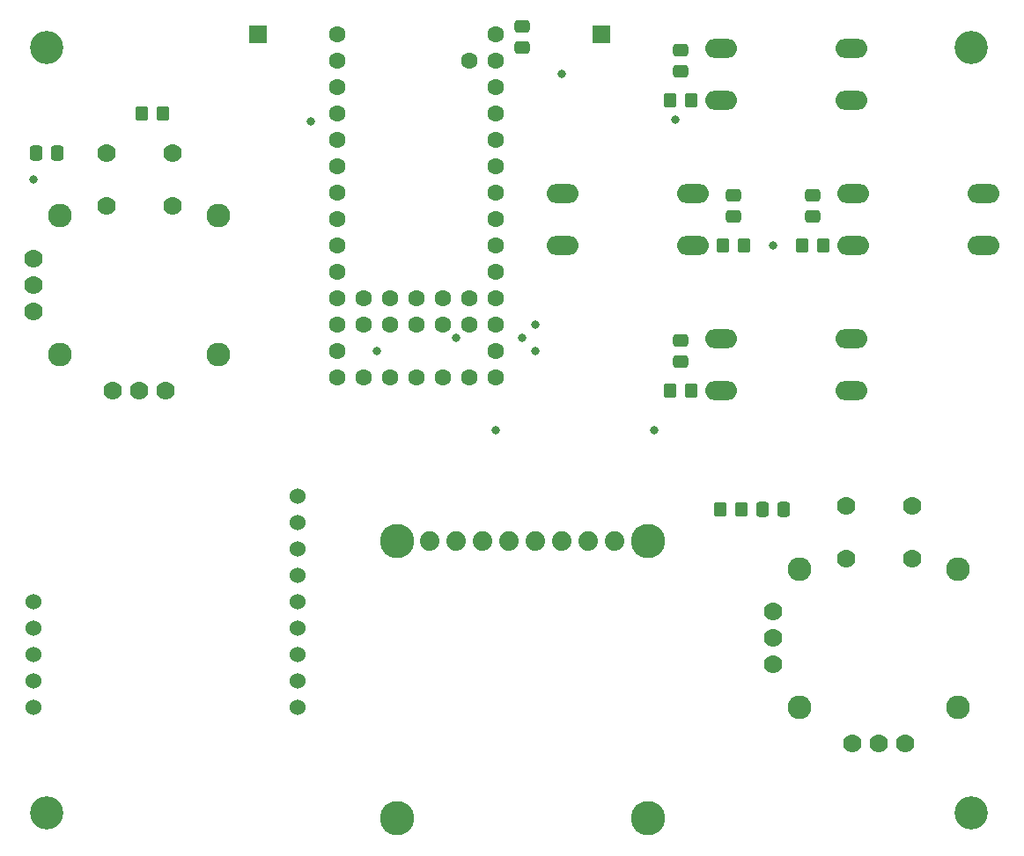
<source format=gbr>
%TF.GenerationSoftware,KiCad,Pcbnew,(6.0.7)*%
%TF.CreationDate,2023-03-27T09:38:57-04:00*%
%TF.ProjectId,RC_PCB,52435f50-4342-42e6-9b69-6361645f7063,rev?*%
%TF.SameCoordinates,Original*%
%TF.FileFunction,Soldermask,Top*%
%TF.FilePolarity,Negative*%
%FSLAX46Y46*%
G04 Gerber Fmt 4.6, Leading zero omitted, Abs format (unit mm)*
G04 Created by KiCad (PCBNEW (6.0.7)) date 2023-03-27 09:38:57*
%MOMM*%
%LPD*%
G01*
G04 APERTURE LIST*
G04 Aperture macros list*
%AMRoundRect*
0 Rectangle with rounded corners*
0 $1 Rounding radius*
0 $2 $3 $4 $5 $6 $7 $8 $9 X,Y pos of 4 corners*
0 Add a 4 corners polygon primitive as box body*
4,1,4,$2,$3,$4,$5,$6,$7,$8,$9,$2,$3,0*
0 Add four circle primitives for the rounded corners*
1,1,$1+$1,$2,$3*
1,1,$1+$1,$4,$5*
1,1,$1+$1,$6,$7*
1,1,$1+$1,$8,$9*
0 Add four rect primitives between the rounded corners*
20,1,$1+$1,$2,$3,$4,$5,0*
20,1,$1+$1,$4,$5,$6,$7,0*
20,1,$1+$1,$6,$7,$8,$9,0*
20,1,$1+$1,$8,$9,$2,$3,0*%
G04 Aperture macros list end*
%ADD10C,1.778000*%
%ADD11C,2.286000*%
%ADD12R,1.700000X1.700000*%
%ADD13C,1.879600*%
%ADD14C,3.301600*%
%ADD15RoundRect,0.250000X0.475000X-0.337500X0.475000X0.337500X-0.475000X0.337500X-0.475000X-0.337500X0*%
%ADD16RoundRect,0.250000X0.337500X0.475000X-0.337500X0.475000X-0.337500X-0.475000X0.337500X-0.475000X0*%
%ADD17RoundRect,0.250000X-0.350000X-0.450000X0.350000X-0.450000X0.350000X0.450000X-0.350000X0.450000X0*%
%ADD18O,3.048000X1.850000*%
%ADD19RoundRect,0.250000X-0.475000X0.337500X-0.475000X-0.337500X0.475000X-0.337500X0.475000X0.337500X0*%
%ADD20C,3.200000*%
%ADD21RoundRect,0.250000X0.350000X0.450000X-0.350000X0.450000X-0.350000X-0.450000X0.350000X-0.450000X0*%
%ADD22C,1.524000*%
%ADD23C,1.600000*%
%ADD24C,0.800000*%
G04 APERTURE END LIST*
D10*
%TO.C,U5*%
X188595000Y-97472500D03*
X194945000Y-97472500D03*
X188595000Y-102552500D03*
X194945000Y-102552500D03*
X189230000Y-120332500D03*
X191770000Y-120332500D03*
X194310000Y-120332500D03*
D11*
X184150000Y-103505000D03*
X184150000Y-116840000D03*
X199390000Y-116840000D03*
X199390000Y-103505000D03*
D10*
X181610000Y-107632500D03*
X181610000Y-110172500D03*
X181610000Y-112712500D03*
%TD*%
%TO.C,U4*%
X117475000Y-63500000D03*
X123825000Y-63500000D03*
X117475000Y-68580000D03*
X123825000Y-68580000D03*
X118110000Y-86360000D03*
X120650000Y-86360000D03*
X123190000Y-86360000D03*
D11*
X113030000Y-69532500D03*
X113030000Y-82867500D03*
X128270000Y-82867500D03*
X128270000Y-69532500D03*
D10*
X110490000Y-73660000D03*
X110490000Y-76200000D03*
X110490000Y-78740000D03*
%TD*%
D12*
%TO.C,JT1 VBAT*%
X132080000Y-52070000D03*
%TD*%
D13*
%TO.C,U3*%
X148590000Y-100852500D03*
X151130000Y-100852500D03*
X153670000Y-100852500D03*
X156210000Y-100852500D03*
X158750000Y-100852500D03*
X161290000Y-100852500D03*
X163830000Y-100852500D03*
X166370000Y-100852500D03*
D14*
X169545000Y-127522500D03*
X169545000Y-100852500D03*
X145415000Y-100852500D03*
X145415000Y-127522500D03*
%TD*%
D15*
%TO.C,C2*%
X177800000Y-69617500D03*
X177800000Y-67542500D03*
%TD*%
D16*
%TO.C,C6*%
X112797500Y-63500000D03*
X110722500Y-63500000D03*
%TD*%
D17*
%TO.C,R5*%
X120920000Y-59690000D03*
X122920000Y-59690000D03*
%TD*%
D12*
%TO.C,JT2 VUSB*%
X165100000Y-52070000D03*
%TD*%
D15*
%TO.C,C5*%
X172720000Y-83587500D03*
X172720000Y-81512500D03*
%TD*%
D18*
%TO.C,SW4*%
X176640000Y-81320000D03*
X189140000Y-81320000D03*
X189140000Y-86320000D03*
X176640000Y-86320000D03*
%TD*%
D19*
%TO.C,C4*%
X157480000Y-51265000D03*
X157480000Y-53340000D03*
%TD*%
D15*
%TO.C,C3*%
X185420000Y-69617500D03*
X185420000Y-67542500D03*
%TD*%
D20*
%TO.C,H3*%
X200660000Y-53340000D03*
%TD*%
D18*
%TO.C,SW2*%
X161400000Y-67350000D03*
X173900000Y-67350000D03*
X161400000Y-72350000D03*
X173900000Y-72350000D03*
%TD*%
%TO.C,SW3*%
X201840000Y-67350000D03*
X189340000Y-67350000D03*
X201840000Y-72350000D03*
X189340000Y-72350000D03*
%TD*%
D20*
%TO.C,H3*%
X111760000Y-127000000D03*
%TD*%
D18*
%TO.C,SW1*%
X176640000Y-53380000D03*
X189140000Y-53380000D03*
X176640000Y-58380000D03*
X189140000Y-58380000D03*
%TD*%
D20*
%TO.C,H3*%
X111760000Y-53340000D03*
%TD*%
D21*
%TO.C,R2*%
X178800000Y-72390000D03*
X176800000Y-72390000D03*
%TD*%
D22*
%TO.C,U1*%
X135890000Y-116840000D03*
X135890000Y-114300000D03*
X135890000Y-111760000D03*
X135890000Y-109220000D03*
X135890000Y-106680000D03*
X135890000Y-104140000D03*
X135890000Y-101600000D03*
X135890000Y-99060000D03*
X135890000Y-96520000D03*
X110490000Y-116840000D03*
X110490000Y-114300000D03*
X110490000Y-111760000D03*
X110490000Y-109220000D03*
X110490000Y-106680000D03*
%TD*%
D16*
%TO.C,C7*%
X182647500Y-97790000D03*
X180572500Y-97790000D03*
%TD*%
D23*
%TO.C,U2*%
X139700000Y-52070000D03*
X139700000Y-54610000D03*
X139700000Y-57150000D03*
X139700000Y-59690000D03*
X139700000Y-62230000D03*
X139700000Y-64770000D03*
X139700000Y-67310000D03*
X139700000Y-69850000D03*
X139700000Y-72390000D03*
X139700000Y-74930000D03*
X139700000Y-77470000D03*
X139700000Y-80010000D03*
X139700000Y-82550000D03*
X139700000Y-85090000D03*
X142240000Y-85090000D03*
X144780000Y-85090000D03*
X147320000Y-85090000D03*
X149860000Y-85090000D03*
X152400000Y-85090000D03*
X154940000Y-85090000D03*
X154940000Y-82550000D03*
X154940000Y-80010000D03*
X154940000Y-77470000D03*
X154940000Y-74930000D03*
X154940000Y-72390000D03*
X154940000Y-69850000D03*
X154940000Y-67310000D03*
X154940000Y-64770000D03*
X154940000Y-62230000D03*
X154940000Y-59690000D03*
X154940000Y-57150000D03*
X154940000Y-54610000D03*
X154940000Y-52070000D03*
X152400000Y-54610000D03*
X152400000Y-80010000D03*
X152400000Y-77470000D03*
X149860000Y-80010000D03*
X149860000Y-77470000D03*
X147320000Y-80010000D03*
X147320000Y-77470000D03*
X144780000Y-80010000D03*
X144780000Y-77470000D03*
X142240000Y-80010000D03*
X142240000Y-77470000D03*
%TD*%
D20*
%TO.C,H3*%
X200660000Y-127000000D03*
%TD*%
D17*
%TO.C,R4*%
X171720000Y-86360000D03*
X173720000Y-86360000D03*
%TD*%
D15*
%TO.C,C1*%
X172720000Y-55647500D03*
X172720000Y-53572500D03*
%TD*%
D17*
%TO.C,R6*%
X176530000Y-97790000D03*
X178530000Y-97790000D03*
%TD*%
%TO.C,R3*%
X184420000Y-72390000D03*
X186420000Y-72390000D03*
%TD*%
%TO.C,R1*%
X171720000Y-58420000D03*
X173720000Y-58420000D03*
%TD*%
D24*
X172207700Y-60235500D03*
X181610000Y-72390000D03*
X110490000Y-66040000D03*
X161290000Y-55880000D03*
X143510000Y-82550000D03*
X154940000Y-90170000D03*
X137160000Y-60414500D03*
X158750000Y-80010000D03*
X158750000Y-82550000D03*
X157480000Y-81280000D03*
X151130000Y-81280000D03*
X170180000Y-90170000D03*
M02*

</source>
